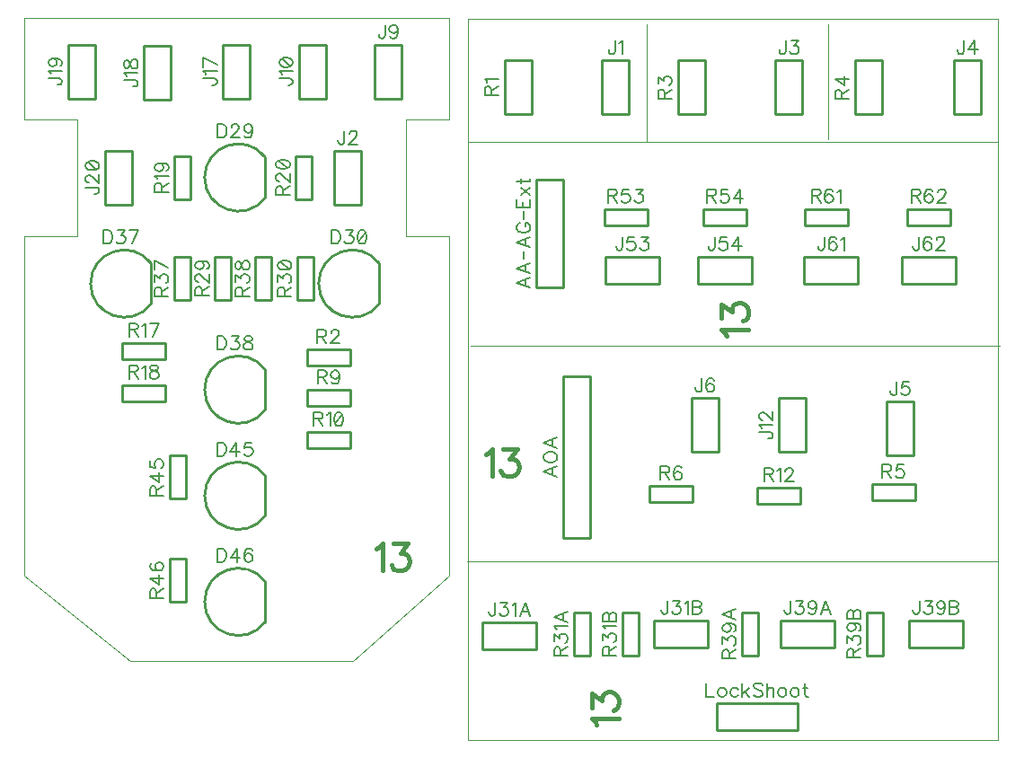
<source format=gbr>
G04 DipTrace 2.4.0.2*
%INTopSilk.gbr*%
%MOIN*%
%ADD10C,0.0098*%
%ADD14C,0.0*%
%ADD15C,0.0013*%
%ADD40C,0.0077*%
%ADD41C,0.0154*%
%FSLAX44Y44*%
G04*
G70*
G90*
G75*
G01*
%LNTopSilk*%
%LPD*%
X12884Y25613D2*
D10*
Y24115D1*
X12882Y25616D2*
G03X12882Y24112I-998J-752D01*
G01*
X17116Y21676D2*
Y20178D1*
X17114Y21679D2*
G03X17114Y20175I-998J-752D01*
G01*
X8652Y21676D2*
Y20178D1*
X8650Y21679D2*
G03X8650Y20175I-998J-752D01*
G01*
X12884Y17739D2*
Y16241D1*
X12882Y17742D2*
G03X12882Y16238I-998J-752D01*
G01*
X12884Y13802D2*
Y12304D1*
X12882Y13805D2*
G03X12882Y12301I-998J-752D01*
G01*
X12884Y9865D2*
Y8367D1*
X12882Y9868D2*
G03X12882Y8364I-998J-752D01*
G01*
X9934Y14540D2*
X9334D1*
X9934Y12937D2*
Y14540D1*
Y12937D2*
X9334D1*
Y14540D1*
X10120Y21918D2*
X9520D1*
X10120Y20315D2*
Y21918D1*
Y20315D2*
X9520D1*
Y21918D1*
X11622D2*
X11022D1*
X11622Y20315D2*
Y21918D1*
Y20315D2*
X11022D1*
Y21918D1*
X14685D2*
X14085D1*
X14685Y20315D2*
Y21918D1*
Y20315D2*
X14085D1*
Y21918D1*
X13122D2*
X12522D1*
X13122Y20315D2*
Y21918D1*
Y20315D2*
X12522D1*
Y21918D1*
X9934Y10727D2*
X9334D1*
X9934Y9124D2*
Y10727D1*
Y9124D2*
X9334D1*
Y10727D1*
X7582Y18726D2*
Y18126D1*
X9185Y18726D2*
X7582D1*
X9185D2*
Y18126D1*
X7582D1*
X14429Y16976D2*
Y16376D1*
X16032Y16976D2*
X14429D1*
X16032D2*
Y16376D1*
X14429D1*
X14022Y24063D2*
X14622D1*
X14022Y25666D2*
Y24063D1*
Y25666D2*
X14622D1*
Y24063D1*
X10122Y25666D2*
X9522D1*
X10122Y24063D2*
Y25666D1*
Y24063D2*
X9522D1*
Y25666D1*
X14429Y18476D2*
Y17876D1*
X16032Y18476D2*
X14429D1*
X16032D2*
Y17876D1*
X14429D1*
Y15413D2*
Y14813D1*
X16032Y15413D2*
X14429D1*
X16032D2*
Y14813D1*
X14429D1*
X7582Y17163D2*
Y16563D1*
X9185Y17163D2*
X7582D1*
X9185D2*
Y16563D1*
X7582D1*
X16447Y25864D2*
X15447D1*
X16447Y23864D2*
Y25864D1*
Y23864D2*
X15447D1*
Y25864D1*
X17947Y29801D2*
X16947D1*
X17947Y27801D2*
Y29801D1*
Y27801D2*
X16947D1*
Y29801D1*
X15135D2*
X14135D1*
X15135Y27801D2*
Y29801D1*
Y27801D2*
X14135D1*
Y29801D1*
X12322D2*
X11322D1*
X12322Y27801D2*
Y29801D1*
Y27801D2*
X11322D1*
Y29801D1*
X9384Y29739D2*
X8384D1*
X9384Y27739D2*
Y29739D1*
Y27739D2*
X8384D1*
Y29739D1*
X6571Y29801D2*
X5571D1*
X6571Y27801D2*
Y29801D1*
Y27801D2*
X5571D1*
Y29801D1*
X7946Y25864D2*
X6946D1*
X7946Y23864D2*
Y25864D1*
Y23864D2*
X6946D1*
Y25864D1*
X23948Y24801D2*
X22948D1*
X23948Y20801D2*
Y24801D1*
X22948Y20801D2*
Y24801D1*
X23948Y20801D2*
X22948D1*
X24948Y11488D2*
Y17488D1*
X23948Y11488D2*
Y17488D1*
X24948Y11488D2*
X23948D1*
X24948Y17488D2*
X23948D1*
X26386Y29212D2*
X25386D1*
X26386Y27212D2*
Y29212D1*
Y27212D2*
X25386D1*
Y29212D1*
X32824D2*
X31824D1*
X32824Y27212D2*
Y29212D1*
Y27212D2*
X31824D1*
Y29212D1*
X39450D2*
X38450D1*
X39450Y27212D2*
Y29212D1*
Y27212D2*
X38450D1*
Y29212D1*
X36949Y16551D2*
X35949D1*
X36949Y14551D2*
Y16551D1*
Y14551D2*
X35949D1*
Y16551D1*
X32949Y16676D2*
X31949D1*
X32949Y14676D2*
Y16676D1*
Y14676D2*
X31949D1*
Y16676D1*
X29699D2*
X28699D1*
X29699Y14676D2*
Y16676D1*
Y14676D2*
X28699D1*
Y16676D1*
X27511Y20931D2*
Y21931D1*
X25511Y20931D2*
X27511D1*
X25511D2*
Y21931D1*
X27511D1*
X30949Y20931D2*
Y21931D1*
X28949Y20931D2*
X30949D1*
X28949D2*
Y21931D1*
X30949D1*
X34887Y20931D2*
Y21931D1*
X32887Y20931D2*
X34887D1*
X32887D2*
Y21931D1*
X34887D1*
X38512Y20931D2*
Y21931D1*
X36512Y20931D2*
X38512D1*
X36512D2*
Y21931D1*
X38512D1*
X22948Y7362D2*
Y8362D1*
X20948Y7362D2*
X22948D1*
X20948D2*
Y8362D1*
X22948D1*
X29323Y7427D2*
Y8427D1*
X27323Y7427D2*
X29323D1*
X27323D2*
Y8427D1*
X29323D1*
X34011Y7427D2*
Y8427D1*
X32011Y7427D2*
X34011D1*
X32011D2*
Y8427D1*
X34011D1*
X38762Y7427D2*
Y8427D1*
X36762Y7427D2*
X38762D1*
X36762D2*
Y8427D1*
X38762D1*
X29636Y4362D2*
Y5362D1*
X32636D1*
Y4362D2*
Y5362D1*
X29636Y4362D2*
X32636D1*
X22760Y29212D2*
X21760D1*
X22760Y27212D2*
Y29212D1*
Y27212D2*
X21760D1*
Y29212D1*
X29199D2*
X28199D1*
X29199Y27212D2*
Y29212D1*
Y27212D2*
X28199D1*
Y29212D1*
X35762D2*
X34762D1*
X35762Y27212D2*
Y29212D1*
Y27212D2*
X34762D1*
Y29212D1*
X37001Y12875D2*
Y13475D1*
X35398Y12875D2*
X37001D1*
X35398D2*
Y13475D1*
X37001D1*
X32751Y12750D2*
Y13350D1*
X31148Y12750D2*
X32751D1*
X31148D2*
Y13350D1*
X32751D1*
X28750Y12813D2*
Y13413D1*
X27147Y12813D2*
X28750D1*
X27147D2*
Y13413D1*
X28750D1*
X27062Y23099D2*
Y23699D1*
X25459Y23099D2*
X27062D1*
X25459D2*
Y23699D1*
X27062D1*
X30750Y23099D2*
Y23699D1*
X29147Y23099D2*
X30750D1*
X29147D2*
Y23699D1*
X30750D1*
X34501Y23099D2*
Y23699D1*
X32898Y23099D2*
X34501D1*
X32898D2*
Y23699D1*
X34501D1*
X38314Y23099D2*
Y23699D1*
X36711Y23099D2*
X38314D1*
X36711D2*
Y23699D1*
X38314D1*
X24936Y8728D2*
X24336D1*
X24936Y7125D2*
Y8728D1*
Y7125D2*
X24336D1*
Y8728D1*
X26748D2*
X26148D1*
X26748Y7125D2*
Y8728D1*
Y7125D2*
X26148D1*
Y8728D1*
X31186D2*
X30586D1*
X31186Y7125D2*
Y8728D1*
Y7125D2*
X30586D1*
Y8728D1*
X35812D2*
X35212D1*
X35812Y7125D2*
Y8728D1*
Y7125D2*
X35212D1*
Y8728D1*
X3946Y30802D2*
D14*
X19694D1*
Y27007D1*
X18119D1*
Y22676D1*
X19694D1*
Y10078D1*
X16151Y6928D1*
X7883D1*
X3946Y10078D1*
Y22676D1*
X5914D1*
Y27007D1*
X3946D1*
Y30802D1*
X20448Y26177D2*
D15*
X40075D1*
X27056D2*
Y30552D1*
X33762Y26302D2*
Y30552D1*
X20510Y18613D2*
X40137D1*
X20385Y10613D2*
X40075D1*
X20403Y30761D2*
D14*
X40088D1*
Y3990D1*
X20403D1*
Y30761D1*
X11114Y26846D2*
D40*
Y26344D1*
X11282D1*
X11354Y26368D1*
X11402Y26416D1*
X11425Y26464D1*
X11449Y26535D1*
Y26655D1*
X11425Y26727D1*
X11402Y26774D1*
X11354Y26822D1*
X11282Y26846D1*
X11114D1*
X11628Y26726D2*
Y26750D1*
X11652Y26798D1*
X11675Y26822D1*
X11724Y26846D1*
X11819D1*
X11867Y26822D1*
X11890Y26798D1*
X11915Y26750D1*
Y26702D1*
X11890Y26654D1*
X11843Y26583D1*
X11604Y26344D1*
X11939D1*
X12404Y26679D2*
X12380Y26607D1*
X12332Y26559D1*
X12260Y26535D1*
X12237D1*
X12165Y26559D1*
X12117Y26607D1*
X12093Y26679D1*
Y26702D1*
X12117Y26774D1*
X12165Y26822D1*
X12237Y26846D1*
X12260D1*
X12332Y26822D1*
X12380Y26774D1*
X12404Y26679D1*
Y26559D1*
X12380Y26439D1*
X12332Y26367D1*
X12260Y26344D1*
X12213D1*
X12141Y26367D1*
X12117Y26416D1*
X15335Y22909D2*
Y22407D1*
X15502D1*
X15574Y22431D1*
X15622Y22479D1*
X15646Y22527D1*
X15670Y22598D1*
Y22718D1*
X15646Y22790D1*
X15622Y22837D1*
X15574Y22885D1*
X15502Y22909D1*
X15335D1*
X15872D2*
X16135D1*
X15991Y22717D1*
X16063D1*
X16111Y22694D1*
X16135Y22670D1*
X16159Y22598D1*
Y22550D1*
X16135Y22479D1*
X16087Y22430D1*
X16015Y22407D1*
X15943D1*
X15872Y22430D1*
X15848Y22455D1*
X15824Y22502D1*
X16457Y22909D2*
X16385Y22885D1*
X16337Y22813D1*
X16313Y22694D1*
Y22622D1*
X16337Y22502D1*
X16385Y22430D1*
X16457Y22407D1*
X16505D1*
X16576Y22430D1*
X16624Y22502D1*
X16648Y22622D1*
Y22694D1*
X16624Y22813D1*
X16576Y22885D1*
X16505Y22909D1*
X16457D1*
X16624Y22813D2*
X16337Y22502D1*
X6870Y22909D2*
Y22407D1*
X7038D1*
X7109Y22431D1*
X7158Y22479D1*
X7181Y22527D1*
X7205Y22598D1*
Y22718D1*
X7181Y22790D1*
X7158Y22837D1*
X7109Y22885D1*
X7038Y22909D1*
X6870D1*
X7408D2*
X7670D1*
X7527Y22717D1*
X7599D1*
X7646Y22694D1*
X7670Y22670D1*
X7694Y22598D1*
Y22550D1*
X7670Y22479D1*
X7623Y22430D1*
X7551Y22407D1*
X7479D1*
X7408Y22430D1*
X7384Y22455D1*
X7359Y22502D1*
X7944Y22407D2*
X8184Y22909D1*
X7849D1*
X11103Y18972D2*
Y18470D1*
X11270D1*
X11342Y18494D1*
X11390Y18542D1*
X11414Y18590D1*
X11438Y18661D1*
Y18781D1*
X11414Y18853D1*
X11390Y18900D1*
X11342Y18948D1*
X11270Y18972D1*
X11103D1*
X11640D2*
X11903D1*
X11759Y18780D1*
X11831D1*
X11879Y18757D1*
X11903Y18733D1*
X11927Y18661D1*
Y18613D1*
X11903Y18542D1*
X11855Y18493D1*
X11783Y18470D1*
X11711D1*
X11640Y18493D1*
X11616Y18518D1*
X11592Y18565D1*
X12201Y18972D2*
X12129Y18948D1*
X12105Y18900D1*
Y18852D1*
X12129Y18805D1*
X12177Y18780D1*
X12273Y18757D1*
X12344Y18733D1*
X12392Y18685D1*
X12416Y18637D1*
Y18565D1*
X12392Y18518D1*
X12368Y18493D1*
X12296Y18470D1*
X12201D1*
X12129Y18493D1*
X12105Y18518D1*
X12081Y18565D1*
Y18637D1*
X12105Y18685D1*
X12153Y18733D1*
X12224Y18757D1*
X12320Y18780D1*
X12368Y18805D1*
X12392Y18852D1*
Y18900D1*
X12368Y18948D1*
X12296Y18972D1*
X12201D1*
X11091Y15035D2*
Y14533D1*
X11258D1*
X11330Y14557D1*
X11378Y14605D1*
X11402Y14653D1*
X11425Y14724D1*
Y14844D1*
X11402Y14916D1*
X11378Y14963D1*
X11330Y15011D1*
X11258Y15035D1*
X11091D1*
X11819Y14533D2*
Y15035D1*
X11580Y14700D1*
X11939D1*
X12380Y15035D2*
X12141D1*
X12117Y14820D1*
X12141Y14843D1*
X12213Y14868D1*
X12284D1*
X12356Y14843D1*
X12404Y14796D1*
X12428Y14724D1*
Y14676D1*
X12404Y14605D1*
X12356Y14556D1*
X12284Y14533D1*
X12213D1*
X12141Y14556D1*
X12117Y14581D1*
X12093Y14628D1*
X11103Y11098D2*
Y10596D1*
X11270D1*
X11342Y10620D1*
X11390Y10668D1*
X11414Y10716D1*
X11438Y10787D1*
Y10907D1*
X11414Y10979D1*
X11390Y11026D1*
X11342Y11074D1*
X11270Y11098D1*
X11103D1*
X11831Y10596D2*
Y11098D1*
X11592Y10763D1*
X11951D1*
X12392Y11026D2*
X12368Y11074D1*
X12296Y11098D1*
X12249D1*
X12177Y11074D1*
X12129Y11002D1*
X12105Y10883D1*
Y10763D1*
X12129Y10668D1*
X12177Y10619D1*
X12249Y10596D1*
X12273D1*
X12344Y10619D1*
X12392Y10668D1*
X12416Y10739D1*
Y10763D1*
X12392Y10835D1*
X12344Y10883D1*
X12273Y10906D1*
X12249D1*
X12177Y10883D1*
X12129Y10835D1*
X12105Y10763D1*
X8841Y13069D2*
Y13284D1*
X8817Y13356D1*
X8793Y13381D1*
X8745Y13404D1*
X8697D1*
X8650Y13381D1*
X8626Y13356D1*
X8602Y13284D1*
Y13069D1*
X9104D1*
X8841Y13237D2*
X9104Y13404D1*
Y13798D2*
X8602D1*
X8937Y13559D1*
Y13917D1*
X8602Y14359D2*
Y14120D1*
X8817Y14096D1*
X8794Y14120D1*
X8769Y14192D1*
Y14263D1*
X8794Y14335D1*
X8841Y14383D1*
X8913Y14407D1*
X8960D1*
X9032Y14383D1*
X9080Y14335D1*
X9104Y14263D1*
Y14192D1*
X9080Y14120D1*
X9056Y14096D1*
X9009Y14072D1*
X9027Y20459D2*
Y20674D1*
X9003Y20746D1*
X8979Y20770D1*
X8932Y20794D1*
X8883D1*
X8836Y20770D1*
X8812Y20746D1*
X8788Y20674D1*
Y20459D1*
X9290D1*
X9027Y20627D2*
X9290Y20794D1*
X8788Y20997D2*
Y21259D1*
X8980Y21116D1*
Y21188D1*
X9003Y21235D1*
X9027Y21259D1*
X9099Y21284D1*
X9147D1*
X9218Y21259D1*
X9266Y21212D1*
X9290Y21140D1*
Y21068D1*
X9266Y20997D1*
X9242Y20973D1*
X9195Y20949D1*
X9290Y21534D2*
X8788Y21773D1*
Y21438D1*
X10529Y20471D2*
Y20686D1*
X10505Y20758D1*
X10481Y20782D1*
X10433Y20806D1*
X10385D1*
X10338Y20782D1*
X10313Y20758D1*
X10290Y20686D1*
Y20471D1*
X10792D1*
X10529Y20639D2*
X10792Y20806D1*
X10410Y20985D2*
X10386D1*
X10338Y21009D1*
X10314Y21032D1*
X10290Y21080D1*
Y21176D1*
X10314Y21224D1*
X10338Y21247D1*
X10386Y21272D1*
X10433D1*
X10481Y21247D1*
X10553Y21200D1*
X10792Y20960D1*
Y21295D1*
X10457Y21761D2*
X10529Y21737D1*
X10577Y21689D1*
X10601Y21617D1*
Y21594D1*
X10577Y21522D1*
X10529Y21474D1*
X10457Y21450D1*
X10433D1*
X10361Y21474D1*
X10314Y21522D1*
X10290Y21594D1*
Y21617D1*
X10314Y21689D1*
X10361Y21737D1*
X10457Y21761D1*
X10577D1*
X10696Y21737D1*
X10768Y21689D1*
X10792Y21617D1*
Y21570D1*
X10768Y21498D1*
X10720Y21474D1*
X13592Y20459D2*
Y20674D1*
X13567Y20746D1*
X13544Y20770D1*
X13496Y20794D1*
X13448D1*
X13401Y20770D1*
X13376Y20746D1*
X13352Y20674D1*
Y20459D1*
X13855D1*
X13592Y20627D2*
X13855Y20794D1*
X13353Y20997D2*
Y21259D1*
X13544Y21116D1*
Y21188D1*
X13568Y21235D1*
X13592Y21259D1*
X13664Y21284D1*
X13711D1*
X13783Y21259D1*
X13831Y21212D1*
X13855Y21140D1*
Y21068D1*
X13831Y20997D1*
X13807Y20973D1*
X13759Y20949D1*
X13353Y21582D2*
X13377Y21510D1*
X13449Y21462D1*
X13568Y21438D1*
X13640D1*
X13759Y21462D1*
X13831Y21510D1*
X13855Y21582D1*
Y21629D1*
X13831Y21701D1*
X13759Y21749D1*
X13640Y21773D1*
X13568D1*
X13449Y21749D1*
X13377Y21701D1*
X13353Y21629D1*
Y21582D1*
X13449Y21749D2*
X13759Y21462D1*
X12029Y20460D2*
Y20675D1*
X12005Y20746D1*
X11981Y20771D1*
X11933Y20794D1*
X11885D1*
X11838Y20771D1*
X11814Y20746D1*
X11790Y20675D1*
Y20460D1*
X12292D1*
X12029Y20627D2*
X12292Y20794D1*
X11790Y20997D2*
Y21259D1*
X11982Y21116D1*
Y21188D1*
X12005Y21236D1*
X12029Y21259D1*
X12101Y21284D1*
X12148D1*
X12220Y21259D1*
X12268Y21212D1*
X12292Y21140D1*
Y21068D1*
X12268Y20997D1*
X12244Y20973D1*
X12197Y20949D1*
X11790Y21558D2*
X11814Y21486D1*
X11862Y21462D1*
X11910D1*
X11957Y21486D1*
X11982Y21534D1*
X12005Y21629D1*
X12029Y21701D1*
X12077Y21749D1*
X12125Y21773D1*
X12197D1*
X12244Y21749D1*
X12268Y21725D1*
X12292Y21653D1*
Y21558D1*
X12268Y21486D1*
X12244Y21462D1*
X12197Y21438D1*
X12125D1*
X12077Y21462D1*
X12029Y21510D1*
X12005Y21581D1*
X11982Y21677D1*
X11957Y21725D1*
X11910Y21749D1*
X11862D1*
X11814Y21725D1*
X11790Y21653D1*
Y21558D1*
X8841Y9269D2*
Y9484D1*
X8817Y9555D1*
X8793Y9580D1*
X8746Y9603D1*
X8698D1*
X8650Y9580D1*
X8626Y9555D1*
X8602Y9484D1*
Y9269D1*
X9104D1*
X8841Y9436D2*
X9104Y9603D1*
Y9997D2*
X8603D1*
X8937Y9758D1*
Y10117D1*
X8674Y10558D2*
X8626Y10534D1*
X8603Y10462D1*
Y10415D1*
X8626Y10343D1*
X8698Y10295D1*
X8818Y10271D1*
X8937D1*
X9033Y10295D1*
X9081Y10343D1*
X9104Y10415D1*
Y10438D1*
X9081Y10510D1*
X9033Y10558D1*
X8961Y10582D1*
X8937D1*
X8865Y10558D1*
X8818Y10510D1*
X8794Y10438D1*
Y10415D1*
X8818Y10343D1*
X8865Y10295D1*
X8937Y10271D1*
X7834Y19219D2*
X8049D1*
X8121Y19243D1*
X8146Y19267D1*
X8169Y19314D1*
Y19363D1*
X8146Y19410D1*
X8121Y19434D1*
X8049Y19458D1*
X7834D1*
Y18956D1*
X8002Y19219D2*
X8169Y18956D1*
X8324Y19362D2*
X8372Y19386D1*
X8444Y19458D1*
Y18956D1*
X8694D2*
X8933Y19458D1*
X8598D1*
X14830Y17469D2*
X15045D1*
X15117Y17493D1*
X15142Y17517D1*
X15165Y17564D1*
Y17612D1*
X15142Y17660D1*
X15117Y17684D1*
X15045Y17708D1*
X14830D1*
Y17206D1*
X14998Y17469D2*
X15165Y17206D1*
X15631Y17540D2*
X15607Y17469D1*
X15559Y17421D1*
X15487Y17397D1*
X15464D1*
X15392Y17421D1*
X15344Y17469D1*
X15320Y17540D1*
Y17564D1*
X15344Y17636D1*
X15392Y17684D1*
X15464Y17707D1*
X15487D1*
X15559Y17684D1*
X15607Y17636D1*
X15631Y17540D1*
Y17421D1*
X15607Y17301D1*
X15559Y17229D1*
X15487Y17206D1*
X15440D1*
X15368Y17229D1*
X15344Y17277D1*
X13529Y24207D2*
Y24422D1*
X13505Y24494D1*
X13481Y24518D1*
X13433Y24542D1*
X13385D1*
X13338Y24518D1*
X13313Y24494D1*
X13290Y24422D1*
Y24207D1*
X13792D1*
X13529Y24375D2*
X13792Y24542D1*
X13410Y24721D2*
X13386D1*
X13338Y24745D1*
X13314Y24768D1*
X13290Y24817D1*
Y24912D1*
X13314Y24960D1*
X13338Y24983D1*
X13386Y25008D1*
X13433D1*
X13481Y24983D1*
X13553Y24936D1*
X13792Y24697D1*
Y25032D1*
X13290Y25330D2*
X13314Y25258D1*
X13386Y25210D1*
X13505Y25186D1*
X13577D1*
X13696Y25210D1*
X13768Y25258D1*
X13792Y25330D1*
Y25377D1*
X13768Y25449D1*
X13696Y25497D1*
X13577Y25521D1*
X13505D1*
X13386Y25497D1*
X13314Y25449D1*
X13290Y25377D1*
Y25330D1*
X13386Y25497D2*
X13696Y25210D1*
X9029Y24327D2*
Y24542D1*
X9004Y24614D1*
X8981Y24638D1*
X8933Y24662D1*
X8885D1*
X8837Y24638D1*
X8813Y24614D1*
X8789Y24542D1*
Y24327D1*
X9292D1*
X9029Y24494D2*
X9292Y24662D1*
X8885Y24816D2*
X8861Y24864D1*
X8790Y24936D1*
X9292D1*
X8957Y25402D2*
X9029Y25377D1*
X9077Y25330D1*
X9100Y25258D1*
Y25234D1*
X9077Y25162D1*
X9029Y25115D1*
X8957Y25090D1*
X8933D1*
X8861Y25115D1*
X8814Y25162D1*
X8790Y25234D1*
Y25258D1*
X8814Y25330D1*
X8861Y25377D1*
X8957Y25402D1*
X9077D1*
X9196Y25377D1*
X9268Y25330D1*
X9292Y25258D1*
Y25210D1*
X9268Y25138D1*
X9220Y25115D1*
X14819Y18969D2*
X15034D1*
X15105Y18993D1*
X15130Y19017D1*
X15154Y19065D1*
Y19113D1*
X15130Y19160D1*
X15105Y19185D1*
X15034Y19208D1*
X14819D1*
Y18706D1*
X14986Y18969D2*
X15154Y18706D1*
X15332Y19088D2*
Y19112D1*
X15356Y19160D1*
X15380Y19184D1*
X15428Y19208D1*
X15523D1*
X15571Y19184D1*
X15595Y19160D1*
X15619Y19112D1*
Y19065D1*
X15595Y19016D1*
X15547Y18945D1*
X15308Y18706D1*
X15643D1*
X14681Y15906D2*
X14896D1*
X14968Y15930D1*
X14993Y15954D1*
X15016Y16002D1*
Y16050D1*
X14993Y16097D1*
X14968Y16122D1*
X14896Y16145D1*
X14681D1*
Y15643D1*
X14849Y15906D2*
X15016Y15643D1*
X15171Y16049D2*
X15219Y16073D1*
X15291Y16145D1*
Y15643D1*
X15589Y16145D2*
X15517Y16121D1*
X15469Y16049D1*
X15445Y15930D1*
Y15858D1*
X15469Y15739D1*
X15517Y15667D1*
X15589Y15643D1*
X15636D1*
X15708Y15667D1*
X15756Y15739D1*
X15780Y15858D1*
Y15930D1*
X15756Y16049D1*
X15708Y16121D1*
X15636Y16145D1*
X15589D1*
X15756Y16049D2*
X15469Y15739D1*
X7835Y17656D2*
X8050D1*
X8122Y17680D1*
X8146Y17704D1*
X8170Y17752D1*
Y17800D1*
X8146Y17847D1*
X8122Y17872D1*
X8050Y17895D1*
X7835D1*
Y17393D1*
X8002Y17656D2*
X8170Y17393D1*
X8324Y17799D2*
X8372Y17824D1*
X8444Y17895D1*
Y17393D1*
X8718Y17895D2*
X8646Y17871D1*
X8622Y17824D1*
Y17776D1*
X8646Y17728D1*
X8694Y17704D1*
X8790Y17680D1*
X8861Y17656D1*
X8909Y17608D1*
X8933Y17561D1*
Y17489D1*
X8909Y17441D1*
X8885Y17417D1*
X8813Y17393D1*
X8718D1*
X8646Y17417D1*
X8622Y17441D1*
X8598Y17489D1*
Y17561D1*
X8622Y17608D1*
X8670Y17656D1*
X8742Y17680D1*
X8837Y17704D1*
X8885Y17728D1*
X8909Y17776D1*
Y17824D1*
X8885Y17871D1*
X8813Y17895D1*
X8718D1*
X15822Y26596D2*
Y26214D1*
X15798Y26142D1*
X15774Y26118D1*
X15727Y26094D1*
X15678D1*
X15631Y26118D1*
X15607Y26142D1*
X15583Y26214D1*
Y26261D1*
X16001Y26476D2*
Y26500D1*
X16025Y26548D1*
X16048Y26572D1*
X16096Y26596D1*
X16192D1*
X16240Y26572D1*
X16263Y26548D1*
X16288Y26500D1*
Y26453D1*
X16263Y26405D1*
X16216Y26333D1*
X15977Y26094D1*
X16311D1*
X17334Y30533D2*
Y30151D1*
X17310Y30079D1*
X17286Y30055D1*
X17239Y30031D1*
X17191D1*
X17143Y30055D1*
X17119Y30079D1*
X17095Y30151D1*
Y30198D1*
X17800Y30366D2*
X17775Y30294D1*
X17728Y30246D1*
X17656Y30222D1*
X17632D1*
X17560Y30246D1*
X17513Y30294D1*
X17489Y30366D1*
Y30390D1*
X17513Y30461D1*
X17560Y30509D1*
X17632Y30533D1*
X17656D1*
X17728Y30509D1*
X17775Y30461D1*
X17800Y30366D1*
Y30246D1*
X17775Y30127D1*
X17728Y30055D1*
X17656Y30031D1*
X17609D1*
X17537Y30055D1*
X17513Y30103D1*
X13402Y28539D2*
X13785D1*
X13857Y28515D1*
X13880Y28491D1*
X13905Y28443D1*
Y28395D1*
X13880Y28348D1*
X13857Y28324D1*
X13785Y28300D1*
X13737D1*
X13498Y28693D2*
X13474Y28741D1*
X13403Y28813D1*
X13905D1*
X13403Y29111D2*
X13427Y29040D1*
X13498Y28991D1*
X13618Y28968D1*
X13690D1*
X13809Y28991D1*
X13881Y29040D1*
X13905Y29111D1*
Y29159D1*
X13881Y29231D1*
X13809Y29278D1*
X13690Y29303D1*
X13618D1*
X13498Y29278D1*
X13427Y29231D1*
X13403Y29159D1*
Y29111D1*
X13498Y29278D2*
X13809Y28991D1*
X10590Y28539D2*
X10972D1*
X11044Y28515D1*
X11068Y28491D1*
X11092Y28443D1*
Y28395D1*
X11068Y28348D1*
X11044Y28324D1*
X10972Y28300D1*
X10924D1*
X10686Y28693D2*
X10661Y28741D1*
X10590Y28813D1*
X11092D1*
Y29063D2*
X10590Y29303D1*
Y28968D1*
X7652Y28478D2*
X8034D1*
X8106Y28454D1*
X8130Y28429D1*
X8154Y28382D1*
Y28334D1*
X8130Y28286D1*
X8106Y28263D1*
X8034Y28238D1*
X7987D1*
X7748Y28632D2*
X7724Y28680D1*
X7652Y28752D1*
X8154D1*
X7652Y29026D2*
X7676Y28954D1*
X7724Y28930D1*
X7772D1*
X7819Y28954D1*
X7844Y29002D1*
X7867Y29098D1*
X7891Y29169D1*
X7939Y29217D1*
X7987Y29241D1*
X8059D1*
X8106Y29217D1*
X8130Y29193D1*
X8154Y29121D1*
Y29026D1*
X8130Y28954D1*
X8106Y28930D1*
X8059Y28906D1*
X7987D1*
X7939Y28930D1*
X7891Y28978D1*
X7867Y29049D1*
X7844Y29145D1*
X7819Y29193D1*
X7772Y29217D1*
X7724D1*
X7676Y29193D1*
X7652Y29121D1*
Y29026D1*
X4839Y28551D2*
X5221D1*
X5293Y28527D1*
X5317Y28503D1*
X5341Y28455D1*
Y28407D1*
X5317Y28360D1*
X5293Y28336D1*
X5221Y28312D1*
X5174D1*
X4935Y28705D2*
X4911Y28753D1*
X4839Y28825D1*
X5341D1*
X5006Y29291D2*
X5078Y29266D1*
X5126Y29219D1*
X5150Y29147D1*
Y29123D1*
X5126Y29051D1*
X5078Y29004D1*
X5006Y28980D1*
X4983D1*
X4911Y29004D1*
X4863Y29051D1*
X4839Y29123D1*
Y29147D1*
X4863Y29219D1*
X4911Y29266D1*
X5006Y29291D1*
X5126D1*
X5246Y29266D1*
X5318Y29219D1*
X5341Y29147D1*
Y29099D1*
X5318Y29028D1*
X5269Y29004D1*
X6214Y24494D2*
X6597D1*
X6668Y24471D1*
X6692Y24446D1*
X6716Y24399D1*
Y24351D1*
X6692Y24303D1*
X6668Y24279D1*
X6597Y24255D1*
X6549D1*
X6334Y24673D2*
X6310D1*
X6262Y24697D1*
X6238Y24721D1*
X6215Y24769D1*
Y24864D1*
X6238Y24912D1*
X6262Y24936D1*
X6310Y24960D1*
X6358D1*
X6406Y24936D1*
X6477Y24888D1*
X6716Y24649D1*
Y24984D1*
X6215Y25282D2*
X6238Y25210D1*
X6310Y25162D1*
X6430Y25138D1*
X6501D1*
X6621Y25162D1*
X6693Y25210D1*
X6716Y25282D1*
Y25329D1*
X6693Y25401D1*
X6621Y25449D1*
X6501Y25473D1*
X6430D1*
X6310Y25449D1*
X6238Y25401D1*
X6215Y25329D1*
Y25282D1*
X6310Y25449D2*
X6621Y25162D1*
X22718Y21154D2*
X22216Y20962D1*
X22718Y20771D1*
X22551Y20843D2*
Y21082D1*
X22718Y21691D2*
X22216Y21500D1*
X22718Y21308D1*
X22551Y21380D2*
Y21620D1*
X22467Y21846D2*
Y22122D1*
X22718Y22660D2*
X22216Y22468D1*
X22718Y22277D1*
X22551Y22348D2*
Y22588D1*
X22335Y23173D2*
X22288Y23149D1*
X22240Y23101D1*
X22216Y23053D1*
Y22958D1*
X22240Y22910D1*
X22288Y22862D1*
X22335Y22838D1*
X22407Y22814D1*
X22527D1*
X22598Y22838D1*
X22646Y22862D1*
X22694Y22910D1*
X22718Y22958D1*
Y23053D1*
X22694Y23101D1*
X22646Y23149D1*
X22598Y23173D1*
X22527D1*
Y23053D1*
X22467Y23327D2*
Y23603D1*
X22216Y24068D2*
Y23758D1*
X22718D1*
Y24068D1*
X22455Y23758D2*
Y23949D1*
X22383Y24223D2*
X22718Y24486D1*
X22383D2*
X22718Y24223D1*
X22216Y24712D2*
X22623D1*
X22694Y24736D1*
X22718Y24784D1*
Y24831D1*
X22383Y24640D2*
Y24808D1*
X23718Y14142D2*
X23216Y13950D1*
X23718Y13759D1*
X23551Y13831D2*
Y14070D1*
X23216Y14440D2*
X23240Y14392D1*
X23288Y14345D1*
X23335Y14320D1*
X23407Y14297D1*
X23527D1*
X23598Y14320D1*
X23646Y14345D1*
X23694Y14392D1*
X23718Y14440D1*
Y14536D1*
X23694Y14583D1*
X23646Y14631D1*
X23598Y14655D1*
X23527Y14679D1*
X23407D1*
X23335Y14655D1*
X23288Y14631D1*
X23240Y14583D1*
X23216Y14536D1*
Y14440D1*
X23718Y15216D2*
X23216Y15025D1*
X23718Y14833D1*
X23551Y14905D2*
Y15145D1*
X25868Y29944D2*
Y29561D1*
X25844Y29489D1*
X25820Y29466D1*
X25773Y29441D1*
X25725D1*
X25677Y29466D1*
X25653Y29489D1*
X25629Y29561D1*
Y29609D1*
X26023Y29848D2*
X26071Y29872D1*
X26143Y29943D1*
Y29441D1*
X32199Y29944D2*
Y29561D1*
X32175Y29489D1*
X32151Y29466D1*
X32103Y29441D1*
X32055D1*
X32008Y29466D1*
X31984Y29489D1*
X31960Y29561D1*
Y29609D1*
X32401Y29943D2*
X32664D1*
X32521Y29752D1*
X32593D1*
X32640Y29728D1*
X32664Y29704D1*
X32688Y29633D1*
Y29585D1*
X32664Y29513D1*
X32616Y29465D1*
X32545Y29441D1*
X32473D1*
X32401Y29465D1*
X32378Y29489D1*
X32353Y29537D1*
X38813Y29944D2*
Y29561D1*
X38789Y29489D1*
X38765Y29466D1*
X38717Y29441D1*
X38669D1*
X38622Y29466D1*
X38598Y29489D1*
X38573Y29561D1*
Y29609D1*
X39206Y29441D2*
Y29943D1*
X38967Y29609D1*
X39326D1*
X36324Y17283D2*
Y16900D1*
X36301Y16828D1*
X36276Y16805D1*
X36229Y16780D1*
X36181D1*
X36133Y16805D1*
X36109Y16828D1*
X36085Y16900D1*
Y16948D1*
X36766Y17282D2*
X36527D1*
X36503Y17067D1*
X36527Y17091D1*
X36599Y17115D1*
X36670D1*
X36742Y17091D1*
X36790Y17043D1*
X36814Y16972D1*
Y16924D1*
X36790Y16852D1*
X36742Y16804D1*
X36670Y16780D1*
X36599D1*
X36527Y16804D1*
X36503Y16828D1*
X36479Y16876D1*
X31217Y15413D2*
X31599D1*
X31671Y15390D1*
X31695Y15365D1*
X31719Y15318D1*
Y15270D1*
X31695Y15222D1*
X31671Y15198D1*
X31599Y15174D1*
X31552D1*
X31313Y15568D2*
X31289Y15616D1*
X31217Y15688D1*
X31719D1*
X31337Y15866D2*
X31313D1*
X31265Y15890D1*
X31241Y15914D1*
X31217Y15962D1*
Y16058D1*
X31241Y16105D1*
X31265Y16129D1*
X31313Y16153D1*
X31360D1*
X31409Y16129D1*
X31480Y16081D1*
X31719Y15842D1*
Y16177D1*
X29086Y17408D2*
Y17025D1*
X29062Y16953D1*
X29038Y16930D1*
X28990Y16905D1*
X28942D1*
X28895Y16930D1*
X28871Y16953D1*
X28846Y17025D1*
Y17073D1*
X29527Y17336D2*
X29503Y17383D1*
X29431Y17407D1*
X29384D1*
X29312Y17383D1*
X29264Y17312D1*
X29240Y17192D1*
Y17073D1*
X29264Y16977D1*
X29312Y16929D1*
X29384Y16905D1*
X29408D1*
X29479Y16929D1*
X29527Y16977D1*
X29551Y17049D1*
Y17073D1*
X29527Y17145D1*
X29479Y17192D1*
X29408Y17216D1*
X29384D1*
X29312Y17192D1*
X29264Y17145D1*
X29240Y17073D1*
X26141Y22663D2*
Y22281D1*
X26117Y22209D1*
X26093Y22185D1*
X26045Y22161D1*
X25997D1*
X25950Y22185D1*
X25926Y22209D1*
X25902Y22281D1*
Y22328D1*
X26582Y22663D2*
X26344D1*
X26320Y22448D1*
X26344Y22471D1*
X26415Y22496D1*
X26487D1*
X26559Y22471D1*
X26607Y22424D1*
X26630Y22352D1*
Y22304D1*
X26607Y22233D1*
X26559Y22185D1*
X26487Y22161D1*
X26415D1*
X26344Y22185D1*
X26320Y22209D1*
X26295Y22256D1*
X26833Y22663D2*
X27095D1*
X26952Y22471D1*
X27024D1*
X27072Y22448D1*
X27095Y22424D1*
X27120Y22352D1*
Y22304D1*
X27095Y22233D1*
X27048Y22185D1*
X26976Y22161D1*
X26904D1*
X26833Y22185D1*
X26809Y22209D1*
X26785Y22256D1*
X29567Y22663D2*
Y22281D1*
X29543Y22209D1*
X29519Y22185D1*
X29471Y22161D1*
X29423D1*
X29376Y22185D1*
X29352Y22209D1*
X29328Y22281D1*
Y22328D1*
X30008Y22663D2*
X29770D1*
X29746Y22448D1*
X29770Y22471D1*
X29841Y22496D1*
X29913D1*
X29985Y22471D1*
X30033Y22424D1*
X30056Y22352D1*
Y22304D1*
X30033Y22233D1*
X29985Y22185D1*
X29913Y22161D1*
X29841D1*
X29770Y22185D1*
X29746Y22209D1*
X29721Y22256D1*
X30450Y22161D2*
Y22663D1*
X30211Y22328D1*
X30570D1*
X33637Y22663D2*
Y22281D1*
X33613Y22209D1*
X33588Y22185D1*
X33541Y22161D1*
X33493D1*
X33445Y22185D1*
X33422Y22209D1*
X33397Y22281D1*
Y22328D1*
X34078Y22591D2*
X34054Y22639D1*
X33982Y22663D1*
X33935D1*
X33863Y22639D1*
X33815Y22567D1*
X33791Y22448D1*
Y22328D1*
X33815Y22233D1*
X33863Y22185D1*
X33935Y22161D1*
X33958D1*
X34030Y22185D1*
X34078Y22233D1*
X34102Y22304D1*
Y22328D1*
X34078Y22400D1*
X34030Y22448D1*
X33958Y22471D1*
X33935D1*
X33863Y22448D1*
X33815Y22400D1*
X33791Y22328D1*
X34256Y22567D2*
X34304Y22591D1*
X34376Y22663D1*
Y22161D1*
X37154Y22663D2*
Y22281D1*
X37131Y22209D1*
X37106Y22185D1*
X37059Y22161D1*
X37011D1*
X36963Y22185D1*
X36939Y22209D1*
X36915Y22281D1*
Y22328D1*
X37596Y22591D2*
X37572Y22639D1*
X37500Y22663D1*
X37453D1*
X37381Y22639D1*
X37333Y22567D1*
X37309Y22448D1*
Y22328D1*
X37333Y22233D1*
X37381Y22185D1*
X37453Y22161D1*
X37476D1*
X37548Y22185D1*
X37596Y22233D1*
X37619Y22304D1*
Y22328D1*
X37596Y22400D1*
X37548Y22448D1*
X37476Y22471D1*
X37453D1*
X37381Y22448D1*
X37333Y22400D1*
X37309Y22328D1*
X37798Y22543D2*
Y22567D1*
X37822Y22615D1*
X37846Y22639D1*
X37894Y22663D1*
X37989D1*
X38037Y22639D1*
X38061Y22615D1*
X38085Y22567D1*
Y22519D1*
X38061Y22471D1*
X38013Y22400D1*
X37774Y22161D1*
X38109D1*
X21417Y9095D2*
Y8712D1*
X21393Y8640D1*
X21369Y8616D1*
X21321Y8592D1*
X21273D1*
X21226Y8616D1*
X21202Y8640D1*
X21178Y8712D1*
Y8760D1*
X21619Y9094D2*
X21882D1*
X21739Y8903D1*
X21811D1*
X21858Y8879D1*
X21882Y8855D1*
X21906Y8783D1*
Y8736D1*
X21882Y8664D1*
X21834Y8616D1*
X21763Y8592D1*
X21691D1*
X21619Y8616D1*
X21596Y8640D1*
X21571Y8688D1*
X22061Y8998D2*
X22109Y9023D1*
X22181Y9094D1*
Y8592D1*
X22718D2*
X22526Y9095D1*
X22335Y8592D1*
X22407Y8760D2*
X22646D1*
X27817Y9159D2*
Y8776D1*
X27793Y8705D1*
X27769Y8681D1*
X27721Y8656D1*
X27673D1*
X27625Y8681D1*
X27602Y8705D1*
X27577Y8776D1*
Y8824D1*
X28019Y9158D2*
X28282D1*
X28138Y8967D1*
X28210D1*
X28258Y8943D1*
X28282Y8920D1*
X28306Y8848D1*
Y8800D1*
X28282Y8728D1*
X28234Y8680D1*
X28162Y8656D1*
X28090D1*
X28019Y8680D1*
X27995Y8705D1*
X27971Y8752D1*
X28460Y9063D2*
X28508Y9087D1*
X28580Y9158D1*
Y8656D1*
X28735Y9159D2*
Y8656D1*
X28950D1*
X29022Y8681D1*
X29046Y8705D1*
X29070Y8752D1*
Y8824D1*
X29046Y8872D1*
X29022Y8896D1*
X28950Y8920D1*
X29022Y8944D1*
X29046Y8968D1*
X29070Y9015D1*
Y9063D1*
X29046Y9111D1*
X29022Y9135D1*
X28950Y9159D1*
X28735D1*
Y8920D2*
X28950D1*
X32385Y9159D2*
Y8776D1*
X32361Y8705D1*
X32337Y8681D1*
X32289Y8656D1*
X32241D1*
X32194Y8681D1*
X32170Y8705D1*
X32146Y8776D1*
Y8824D1*
X32587Y9158D2*
X32850D1*
X32707Y8967D1*
X32779D1*
X32826Y8943D1*
X32850Y8920D1*
X32874Y8848D1*
Y8800D1*
X32850Y8728D1*
X32802Y8680D1*
X32731Y8656D1*
X32659D1*
X32587Y8680D1*
X32564Y8705D1*
X32539Y8752D1*
X33340Y8991D2*
X33316Y8920D1*
X33268Y8871D1*
X33196Y8848D1*
X33172D1*
X33101Y8871D1*
X33053Y8920D1*
X33029Y8991D1*
Y9015D1*
X33053Y9087D1*
X33101Y9135D1*
X33172Y9158D1*
X33196D1*
X33268Y9135D1*
X33316Y9087D1*
X33340Y8991D1*
Y8871D1*
X33316Y8752D1*
X33268Y8680D1*
X33196Y8656D1*
X33149D1*
X33077Y8680D1*
X33053Y8728D1*
X33877Y8656D2*
X33685Y9159D1*
X33494Y8656D1*
X33566Y8824D2*
X33805D1*
X37160Y9159D2*
Y8776D1*
X37136Y8705D1*
X37111Y8681D1*
X37064Y8656D1*
X37016D1*
X36968Y8681D1*
X36945Y8705D1*
X36920Y8776D1*
Y8824D1*
X37362Y9158D2*
X37625D1*
X37481Y8967D1*
X37553D1*
X37601Y8943D1*
X37625Y8920D1*
X37649Y8848D1*
Y8800D1*
X37625Y8728D1*
X37577Y8680D1*
X37505Y8656D1*
X37433D1*
X37362Y8680D1*
X37338Y8705D1*
X37314Y8752D1*
X38114Y8991D2*
X38090Y8920D1*
X38043Y8871D1*
X37971Y8848D1*
X37947D1*
X37875Y8871D1*
X37828Y8920D1*
X37803Y8991D1*
Y9015D1*
X37828Y9087D1*
X37875Y9135D1*
X37947Y9158D1*
X37971D1*
X38043Y9135D1*
X38090Y9087D1*
X38114Y8991D1*
Y8871D1*
X38090Y8752D1*
X38043Y8680D1*
X37971Y8656D1*
X37923D1*
X37851Y8680D1*
X37828Y8728D1*
X38269Y9159D2*
Y8656D1*
X38484D1*
X38556Y8681D1*
X38580Y8705D1*
X38604Y8752D1*
Y8824D1*
X38580Y8872D1*
X38556Y8896D1*
X38484Y8920D1*
X38556Y8944D1*
X38580Y8968D1*
X38604Y9015D1*
Y9063D1*
X38580Y9111D1*
X38556Y9135D1*
X38484Y9159D1*
X38269D1*
Y8920D2*
X38484D1*
X29239Y6094D2*
Y5592D1*
X29526D1*
X29799Y5927D2*
X29752Y5903D1*
X29704Y5855D1*
X29680Y5783D1*
Y5735D1*
X29704Y5664D1*
X29752Y5616D1*
X29799Y5592D1*
X29871D1*
X29919Y5616D1*
X29967Y5664D1*
X29991Y5735D1*
Y5783D1*
X29967Y5855D1*
X29919Y5903D1*
X29871Y5927D1*
X29799D1*
X30433Y5855D2*
X30385Y5903D1*
X30337Y5927D1*
X30265D1*
X30217Y5903D1*
X30170Y5855D1*
X30146Y5783D1*
Y5735D1*
X30170Y5664D1*
X30217Y5616D1*
X30265Y5592D1*
X30337D1*
X30385Y5616D1*
X30433Y5664D1*
X30587Y6094D2*
Y5592D1*
X30827Y5927D2*
X30587Y5687D1*
X30683Y5783D2*
X30850Y5592D1*
X31340Y6022D2*
X31292Y6070D1*
X31220Y6094D1*
X31125D1*
X31053Y6070D1*
X31005Y6022D1*
Y5975D1*
X31029Y5927D1*
X31053Y5903D1*
X31100Y5879D1*
X31244Y5831D1*
X31292Y5807D1*
X31316Y5783D1*
X31340Y5735D1*
Y5664D1*
X31292Y5616D1*
X31220Y5592D1*
X31125D1*
X31053Y5616D1*
X31005Y5664D1*
X31494Y6094D2*
Y5592D1*
Y5831D2*
X31566Y5903D1*
X31614Y5927D1*
X31686D1*
X31733Y5903D1*
X31757Y5831D1*
Y5592D1*
X32031Y5927D2*
X31983Y5903D1*
X31935Y5855D1*
X31912Y5783D1*
Y5735D1*
X31935Y5664D1*
X31983Y5616D1*
X32031Y5592D1*
X32103D1*
X32151Y5616D1*
X32198Y5664D1*
X32223Y5735D1*
Y5783D1*
X32198Y5855D1*
X32151Y5903D1*
X32103Y5927D1*
X32031D1*
X32497D2*
X32449Y5903D1*
X32401Y5855D1*
X32377Y5783D1*
Y5735D1*
X32401Y5664D1*
X32449Y5616D1*
X32497Y5592D1*
X32568D1*
X32616Y5616D1*
X32664Y5664D1*
X32688Y5735D1*
Y5783D1*
X32664Y5855D1*
X32616Y5903D1*
X32568Y5927D1*
X32497D1*
X32915Y6094D2*
Y5687D1*
X32938Y5616D1*
X32986Y5592D1*
X33034D1*
X32843Y5927D2*
X33010D1*
X21267Y27907D2*
Y28122D1*
X21243Y28194D1*
X21219Y28218D1*
X21172Y28242D1*
X21124D1*
X21076Y28218D1*
X21052Y28194D1*
X21028Y28122D1*
Y27907D1*
X21531D1*
X21267Y28074D2*
X21531Y28242D1*
X21124Y28396D2*
X21100Y28444D1*
X21029Y28516D1*
X21531D1*
X27706Y27799D2*
Y28014D1*
X27681Y28086D1*
X27658Y28111D1*
X27610Y28134D1*
X27562D1*
X27514Y28111D1*
X27490Y28086D1*
X27466Y28014D1*
Y27799D1*
X27969D1*
X27706Y27967D2*
X27969Y28134D1*
X27467Y28337D2*
Y28599D1*
X27658Y28456D1*
Y28528D1*
X27682Y28576D1*
X27706Y28599D1*
X27777Y28624D1*
X27825D1*
X27897Y28599D1*
X27945Y28552D1*
X27969Y28480D1*
Y28408D1*
X27945Y28337D1*
X27921Y28313D1*
X27873Y28289D1*
X34269Y27788D2*
Y28003D1*
X34245Y28074D1*
X34221Y28099D1*
X34173Y28122D1*
X34125D1*
X34078Y28099D1*
X34053Y28074D1*
X34030Y28003D1*
Y27788D1*
X34532D1*
X34269Y27955D2*
X34532Y28122D1*
Y28516D2*
X34030D1*
X34364Y28277D1*
Y28636D1*
X35787Y13968D2*
X36002D1*
X36074Y13993D1*
X36099Y14016D1*
X36122Y14064D1*
Y14112D1*
X36099Y14160D1*
X36074Y14184D1*
X36002Y14208D1*
X35787D1*
Y13705D1*
X35955Y13968D2*
X36122Y13705D1*
X36564Y14207D2*
X36325D1*
X36301Y13992D1*
X36325Y14016D1*
X36397Y14040D1*
X36468D1*
X36540Y14016D1*
X36588Y13968D1*
X36612Y13896D1*
Y13849D1*
X36588Y13777D1*
X36540Y13729D1*
X36468Y13705D1*
X36397D1*
X36325Y13729D1*
X36301Y13753D1*
X36277Y13801D1*
X31400Y13843D2*
X31615D1*
X31687Y13868D1*
X31711Y13891D1*
X31735Y13939D1*
Y13987D1*
X31711Y14035D1*
X31687Y14059D1*
X31615Y14083D1*
X31400D1*
Y13580D1*
X31567Y13843D2*
X31735Y13580D1*
X31889Y13986D2*
X31937Y14011D1*
X32009Y14082D1*
Y13580D1*
X32188Y13963D2*
Y13986D1*
X32211Y14035D1*
X32235Y14058D1*
X32283Y14082D1*
X32379D1*
X32426Y14058D1*
X32450Y14035D1*
X32475Y13986D1*
Y13939D1*
X32450Y13891D1*
X32403Y13820D1*
X32163Y13580D1*
X32498D1*
X27549Y13906D2*
X27764D1*
X27836Y13930D1*
X27860Y13954D1*
X27884Y14001D1*
Y14049D1*
X27860Y14097D1*
X27836Y14121D1*
X27764Y14145D1*
X27549D1*
Y13643D1*
X27716Y13906D2*
X27884Y13643D1*
X28325Y14073D2*
X28301Y14121D1*
X28229Y14145D1*
X28182D1*
X28110Y14121D1*
X28062Y14049D1*
X28038Y13930D1*
Y13810D1*
X28062Y13715D1*
X28110Y13666D1*
X28182Y13643D1*
X28205D1*
X28277Y13666D1*
X28325Y13715D1*
X28349Y13786D1*
Y13810D1*
X28325Y13882D1*
X28277Y13930D1*
X28205Y13953D1*
X28182D1*
X28110Y13930D1*
X28062Y13882D1*
X28038Y13810D1*
X25604Y24192D2*
X25819D1*
X25891Y24217D1*
X25915Y24240D1*
X25939Y24288D1*
Y24336D1*
X25915Y24384D1*
X25891Y24408D1*
X25819Y24432D1*
X25604D1*
Y23929D1*
X25772Y24192D2*
X25939Y23929D1*
X26380Y24431D2*
X26142D1*
X26118Y24216D1*
X26142Y24240D1*
X26213Y24264D1*
X26285D1*
X26357Y24240D1*
X26405Y24192D1*
X26428Y24121D1*
Y24073D1*
X26405Y24001D1*
X26357Y23953D1*
X26285Y23929D1*
X26213D1*
X26142Y23953D1*
X26118Y23977D1*
X26093Y24025D1*
X26631Y24431D2*
X26893D1*
X26750Y24240D1*
X26822D1*
X26870Y24216D1*
X26893Y24192D1*
X26918Y24121D1*
Y24073D1*
X26893Y24001D1*
X26846Y23953D1*
X26774Y23929D1*
X26702D1*
X26631Y23953D1*
X26607Y23977D1*
X26583Y24025D1*
X29280Y24192D2*
X29495D1*
X29567Y24217D1*
X29591Y24240D1*
X29615Y24288D1*
Y24336D1*
X29591Y24384D1*
X29567Y24408D1*
X29495Y24432D1*
X29280D1*
Y23929D1*
X29448Y24192D2*
X29615Y23929D1*
X30056Y24431D2*
X29818D1*
X29794Y24216D1*
X29818Y24240D1*
X29889Y24264D1*
X29961D1*
X30033Y24240D1*
X30081Y24192D1*
X30104Y24121D1*
Y24073D1*
X30081Y24001D1*
X30033Y23953D1*
X29961Y23929D1*
X29889D1*
X29818Y23953D1*
X29794Y23977D1*
X29769Y24025D1*
X30498Y23929D2*
Y24431D1*
X30259Y24097D1*
X30618D1*
X33162Y24192D2*
X33377D1*
X33449Y24217D1*
X33473Y24240D1*
X33497Y24288D1*
Y24336D1*
X33473Y24384D1*
X33449Y24408D1*
X33377Y24432D1*
X33162D1*
Y23929D1*
X33330Y24192D2*
X33497Y23929D1*
X33938Y24360D2*
X33915Y24407D1*
X33843Y24431D1*
X33795D1*
X33723Y24407D1*
X33675Y24336D1*
X33651Y24216D1*
Y24097D1*
X33675Y24001D1*
X33723Y23953D1*
X33795Y23929D1*
X33819D1*
X33890Y23953D1*
X33938Y24001D1*
X33962Y24073D1*
Y24097D1*
X33938Y24169D1*
X33890Y24216D1*
X33819Y24240D1*
X33795D1*
X33723Y24216D1*
X33675Y24169D1*
X33651Y24097D1*
X34116Y24336D2*
X34165Y24360D1*
X34236Y24431D1*
Y23929D1*
X36868Y24192D2*
X37083D1*
X37154Y24217D1*
X37179Y24240D1*
X37202Y24288D1*
Y24336D1*
X37179Y24384D1*
X37154Y24408D1*
X37083Y24432D1*
X36868D1*
Y23929D1*
X37035Y24192D2*
X37202Y23929D1*
X37644Y24360D2*
X37620Y24407D1*
X37548Y24431D1*
X37501D1*
X37429Y24407D1*
X37381Y24336D1*
X37357Y24216D1*
Y24097D1*
X37381Y24001D1*
X37429Y23953D1*
X37501Y23929D1*
X37524D1*
X37596Y23953D1*
X37644Y24001D1*
X37667Y24073D1*
Y24097D1*
X37644Y24169D1*
X37596Y24216D1*
X37524Y24240D1*
X37501D1*
X37429Y24216D1*
X37381Y24169D1*
X37357Y24097D1*
X37846Y24312D2*
Y24336D1*
X37870Y24384D1*
X37894Y24407D1*
X37942Y24431D1*
X38037D1*
X38085Y24407D1*
X38109Y24384D1*
X38133Y24336D1*
Y24288D1*
X38109Y24240D1*
X38061Y24169D1*
X37822Y23929D1*
X38157D1*
X23843Y7109D2*
Y7324D1*
X23818Y7395D1*
X23795Y7420D1*
X23747Y7444D1*
X23699D1*
X23651Y7420D1*
X23627Y7395D1*
X23603Y7324D1*
Y7109D1*
X24106D1*
X23843Y7276D2*
X24106Y7444D1*
X23604Y7646D2*
Y7909D1*
X23795Y7765D1*
Y7837D1*
X23819Y7885D1*
X23843Y7909D1*
X23915Y7933D1*
X23962D1*
X24034Y7909D1*
X24082Y7861D1*
X24106Y7789D1*
Y7717D1*
X24082Y7646D1*
X24058Y7622D1*
X24010Y7598D1*
X23700Y8087D2*
X23675Y8135D1*
X23604Y8207D1*
X24106D1*
Y8745D2*
X23603Y8553D1*
X24106Y8362D1*
X23938Y8433D2*
Y8673D1*
X25655Y7133D2*
Y7348D1*
X25631Y7420D1*
X25607Y7444D1*
X25560Y7468D1*
X25512D1*
X25464Y7444D1*
X25440Y7420D1*
X25416Y7348D1*
Y7133D1*
X25918D1*
X25655Y7300D2*
X25918Y7468D1*
X25417Y7670D2*
Y7933D1*
X25608Y7789D1*
Y7861D1*
X25632Y7909D1*
X25655Y7933D1*
X25727Y7957D1*
X25775D1*
X25847Y7933D1*
X25895Y7885D1*
X25918Y7813D1*
Y7741D1*
X25895Y7670D1*
X25870Y7646D1*
X25823Y7622D1*
X25512Y8111D2*
X25488Y8159D1*
X25417Y8231D1*
X25918D1*
X25416Y8386D2*
X25918D1*
Y8601D1*
X25894Y8673D1*
X25870Y8697D1*
X25823Y8721D1*
X25751D1*
X25703Y8697D1*
X25679Y8673D1*
X25655Y8601D1*
X25631Y8673D1*
X25607Y8697D1*
X25560Y8721D1*
X25512D1*
X25464Y8697D1*
X25440Y8673D1*
X25416Y8601D1*
Y8386D1*
X25655D2*
Y8601D1*
X30093Y7013D2*
Y7228D1*
X30069Y7300D1*
X30045Y7324D1*
X29998Y7348D1*
X29950D1*
X29902Y7324D1*
X29878Y7300D1*
X29854Y7228D1*
Y7013D1*
X30356D1*
X30093Y7180D2*
X30356Y7348D1*
X29855Y7550D2*
Y7813D1*
X30046Y7670D1*
Y7742D1*
X30070Y7789D1*
X30093Y7813D1*
X30165Y7837D1*
X30213D1*
X30285Y7813D1*
X30333Y7765D1*
X30356Y7694D1*
Y7622D1*
X30333Y7550D1*
X30308Y7527D1*
X30261Y7502D1*
X30022Y8303D2*
X30093Y8279D1*
X30141Y8231D1*
X30165Y8159D1*
Y8135D1*
X30141Y8064D1*
X30093Y8016D1*
X30022Y7992D1*
X29998D1*
X29926Y8016D1*
X29878Y8064D1*
X29855Y8135D1*
Y8159D1*
X29878Y8231D1*
X29926Y8279D1*
X30022Y8303D1*
X30141D1*
X30261Y8279D1*
X30333Y8231D1*
X30356Y8159D1*
Y8112D1*
X30333Y8040D1*
X30285Y8016D1*
X30356Y8840D2*
X29854Y8648D1*
X30356Y8457D1*
X30189Y8529D2*
Y8768D1*
X34719Y7037D2*
Y7252D1*
X34695Y7324D1*
X34671Y7348D1*
X34623Y7372D1*
X34575D1*
X34528Y7348D1*
X34503Y7324D1*
X34480Y7252D1*
Y7037D1*
X34982D1*
X34719Y7205D2*
X34982Y7372D1*
X34480Y7574D2*
Y7837D1*
X34671Y7694D1*
Y7766D1*
X34695Y7813D1*
X34719Y7837D1*
X34791Y7861D1*
X34838D1*
X34910Y7837D1*
X34958Y7789D1*
X34982Y7718D1*
Y7646D1*
X34958Y7574D1*
X34934Y7551D1*
X34886Y7526D1*
X34647Y8327D2*
X34719Y8303D1*
X34767Y8255D1*
X34791Y8183D1*
Y8159D1*
X34767Y8088D1*
X34719Y8040D1*
X34647Y8016D1*
X34623D1*
X34551Y8040D1*
X34504Y8088D1*
X34480Y8159D1*
Y8183D1*
X34504Y8255D1*
X34551Y8303D1*
X34647Y8327D1*
X34767D1*
X34886Y8303D1*
X34958Y8255D1*
X34982Y8183D1*
Y8136D1*
X34958Y8064D1*
X34910Y8040D1*
X34480Y8481D2*
X34982D1*
Y8697D1*
X34958Y8769D1*
X34934Y8792D1*
X34886Y8816D1*
X34814D1*
X34766Y8792D1*
X34743Y8769D1*
X34719Y8697D1*
X34695Y8769D1*
X34671Y8792D1*
X34623Y8816D1*
X34575D1*
X34528Y8792D1*
X34503Y8769D1*
X34480Y8697D1*
Y8481D1*
X34719D2*
Y8697D1*
X17010Y11096D2*
D41*
X17106Y11145D1*
X17250Y11287D1*
Y10283D1*
X17655Y11287D2*
X18180D1*
X17893Y10905D1*
X18037D1*
X18132Y10857D1*
X18180Y10810D1*
X18228Y10666D1*
Y10571D1*
X18180Y10427D1*
X18085Y10331D1*
X17941Y10283D1*
X17797D1*
X17655Y10331D1*
X17607Y10380D1*
X17558Y10475D1*
X25187Y4553D2*
X25138Y4649D1*
X24996Y4793D1*
X26000D1*
X24996Y5198D2*
Y5723D1*
X25378Y5437D1*
Y5581D1*
X25426Y5676D1*
X25473Y5723D1*
X25617Y5772D1*
X25712D1*
X25856Y5723D1*
X25952Y5628D1*
X26000Y5484D1*
Y5341D1*
X25952Y5198D1*
X25903Y5151D1*
X25808Y5102D1*
X21073Y14596D2*
X21169Y14645D1*
X21313Y14787D1*
Y13784D1*
X21718Y14787D2*
X22243D1*
X21956Y14405D1*
X22100D1*
X22195Y14357D1*
X22243Y14310D1*
X22291Y14166D1*
Y14071D1*
X22243Y13927D1*
X22148Y13831D1*
X22004Y13784D1*
X21860D1*
X21718Y13831D1*
X21670Y13880D1*
X21621Y13975D1*
X30000Y18992D2*
X29951Y19088D1*
X29809Y19232D1*
X30813D1*
X29809Y19637D2*
Y20162D1*
X30191Y19876D1*
Y20020D1*
X30239Y20115D1*
X30286Y20162D1*
X30430Y20211D1*
X30525D1*
X30669Y20162D1*
X30765Y20067D1*
X30813Y19923D1*
Y19780D1*
X30765Y19637D1*
X30716Y19590D1*
X30621Y19541D1*
M02*

</source>
